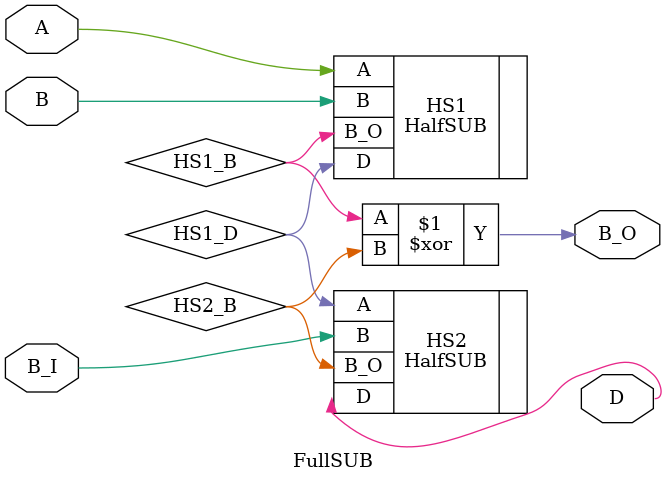
<source format=v>
`timescale 1ns / 1ps
module FullSUB(A, B, B_I, B_O, D);
	input A;
	input B;
	input B_I;
	output B_O;
	output D;
	
	wire HS1_D;
	wire HS1_B;
	wire HS2_B;
	HalfSUB HS1(.A(A), .B(B), .B_O(HS1_B), .D(HS1_D));
	HalfSUB HS2(.A(HS1_D), .B(B_I), .B_O(HS2_B), .D(D));
	
	assign B_O = HS1_B ^ HS2_B;

endmodule

</source>
